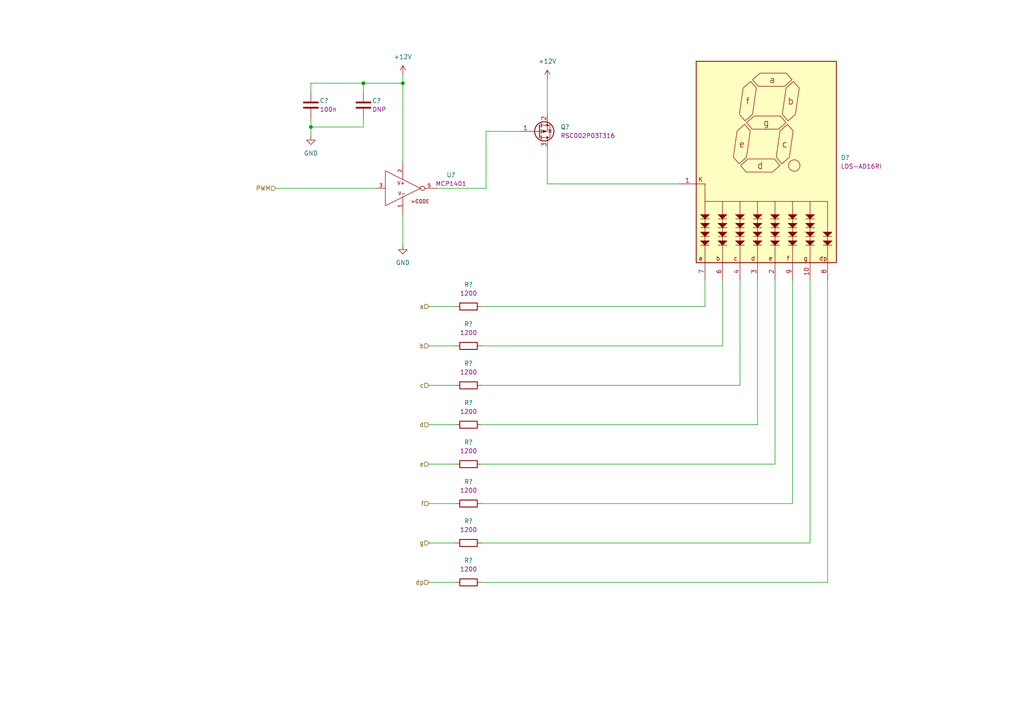
<source format=kicad_sch>
(kicad_sch (version 20211123) (generator eeschema)
  (paper "A4")
  (title_block (title "Gear Display Board") (date "2022-08-07") (rev "1.0") (company "Kallio Designs Oy") (comment 1 "Teemu Latonen") (comment 2 "ASSEMBLY_PN") (comment 3 "PCB_PN"))
  (lib_symbols
    (symbol "KD_Capacitor:C_0603_100n_X7R_50V" (pin_numbers hide) (pin_names hide)
      (property "Reference" "C" (at 2.54 1.27 0))
      (property "Code" "100n" (at 2.54 -1.27 0))
      (symbol "C_0603_100n_X7R_50V_0_1"
        (polyline (pts (xy -2.032 -0.762) (xy 2.032 -0.762)) (stroke (width 0.508)))
        (polyline (pts (xy -2.032 0.762) (xy 2.032 0.762)) (stroke (width 0.508)))
      )
      (symbol "C_0603_100n_X7R_50V_1_1"
        (pin passive line (at 0 3.81 270) (length 2.794) (name "~") (number "1"))
        (pin passive line (at 0 -3.81 90) (length 2.794) (name "~") (number "2"))
      )
    )
    (symbol "KD_Capacitor:C_0805_DNP" (pin_numbers hide) (pin_names hide)
      (property "Reference" "C" (at 2.54 1.27 0))
      (property "Code" "DNP" (at 2.54 -1.27 0))
      (symbol "C_0805_DNP_0_1"
        (polyline (pts (xy -2.032 -0.762) (xy 2.032 -0.762)) (stroke (width 0.508)))
        (polyline (pts (xy -2.032 0.762) (xy 2.032 0.762)) (stroke (width 0.508)))
      )
      (symbol "C_0805_DNP_1_1"
        (pin passive line (at 0 3.81 270) (length 2.794) (name "~") (number "1"))
        (pin passive line (at 0 -3.81 90) (length 2.794) (name "~") (number "2"))
      )
    )
    (symbol "KD_Display:7seg_70mm_CA_Lumex_LDS-AD16RI"
      (property "Reference" "D" (at -20.32 39.37 0))
      (property "Code" "LDS-AD16RI" (at -20.32 36.83 0))
      (symbol "7seg_70mm_CA_Lumex_LDS-AD16RI_0_0"
        (polyline (pts (xy -17.78 0) (xy -20.32 0)))
        (polyline (pts (xy -12.7 -22.86) (xy -12.7 -5.08)))
        (polyline (pts (xy -7.62 -22.86) (xy -7.62 -5.08)))
        (polyline (pts (xy -2.54 -22.86) (xy -2.54 -5.08)))
        (polyline (pts (xy 2.54 -22.86) (xy 2.54 -5.08)))
        (polyline (pts (xy 7.62 -5.08) (xy 7.62 -22.86)))
        (polyline (pts (xy 12.7 -22.86) (xy 12.7 -5.08)))
        (text "a" (at -19.05 -21.59 0) (effects (font (size 1.27 1.27))))
        (text "b" (at -13.97 -21.59 0) (effects (font (size 1.27 1.27))))
        (text "c" (at -8.89 -21.59 0) (effects (font (size 1.27 1.27))))
        (text "d" (at -3.81 -21.59 0) (effects (font (size 1.27 1.27))))
        (text "dp" (at 16.51 -21.59 0) (effects (font (size 1.27 1.27))))
        (text "e" (at 1.27 -21.59 0) (effects (font (size 1.27 1.27))))
        (text "f" (at 6.35 -21.59 0) (effects (font (size 1.27 1.27))))
        (text "g" (at 11.43 -21.59 0) (effects (font (size 1.27 1.27))))
        (text "K" (at -19.05 1.27 0) (effects (font (size 1.27 1.27))))
      )
      (symbol "7seg_70mm_CA_Lumex_LDS-AD16RI_0_1"
        (rectangle (start -20.32 35.56) (end 20.32 -22.86) (stroke (width 0.254)) (fill (type background)))
        (polyline (pts (xy -19.05 -17.78) (xy -16.51 -17.78)))
        (polyline (pts (xy -19.05 -16.51) (xy -16.51 -16.51)))
        (polyline (pts (xy -19.05 -15.24) (xy -16.51 -15.24)))
        (polyline (pts (xy -19.05 -13.97) (xy -16.51 -13.97)))
        (polyline (pts (xy -19.05 -12.7) (xy -16.51 -12.7)))
        (polyline (pts (xy -19.05 -11.43) (xy -16.51 -11.43)))
        (polyline (pts (xy -19.05 -10.16) (xy -16.51 -10.16)))
        (polyline (pts (xy -19.05 -8.89) (xy -16.51 -8.89)))
        (polyline (pts (xy -17.78 -22.86) (xy -17.78 -5.08)))
        (polyline (pts (xy -13.97 -17.78) (xy -11.43 -17.78)))
        (polyline (pts (xy -13.97 -16.51) (xy -11.43 -16.51)))
        (polyline (pts (xy -13.97 -15.24) (xy -11.43 -15.24)))
        (polyline (pts (xy -13.97 -13.97) (xy -11.43 -13.97)))
        (polyline (pts (xy -13.97 -12.7) (xy -11.43 -12.7)))
        (polyline (pts (xy -13.97 -11.43) (xy -11.43 -11.43)))
        (polyline (pts (xy -13.97 -10.16) (xy -11.43 -10.16)))
        (polyline (pts (xy -13.97 -8.89) (xy -11.43 -8.89)))
        (polyline (pts (xy -8.89 -17.78) (xy -6.35 -17.78)))
        (polyline (pts (xy -8.89 -16.51) (xy -6.35 -16.51)))
        (polyline (pts (xy -8.89 -15.24) (xy -6.35 -15.24)))
        (polyline (pts (xy -8.89 -13.97) (xy -6.35 -13.97)))
        (polyline (pts (xy -8.89 -12.7) (xy -6.35 -12.7)))
        (polyline (pts (xy -8.89 -11.43) (xy -6.35 -11.43)))
        (polyline (pts (xy -8.89 -10.16) (xy -6.35 -10.16)))
        (polyline (pts (xy -8.89 -8.89) (xy -6.35 -8.89)))
        (polyline (pts (xy -3.81 -17.78) (xy -1.27 -17.78)))
        (polyline (pts (xy -3.81 -16.51) (xy -1.27 -16.51)))
        (polyline (pts (xy -3.81 -15.24) (xy -1.27 -15.24)))
        (polyline (pts (xy -3.81 -13.97) (xy -1.27 -13.97)))
        (polyline (pts (xy -3.81 -12.7) (xy -1.27 -12.7)))
        (polyline (pts (xy -3.81 -11.43) (xy -1.27 -11.43)))
        (polyline (pts (xy -3.81 -10.16) (xy -1.27 -10.16)))
        (polyline (pts (xy -3.81 -8.89) (xy -1.27 -8.89)))
        (polyline (pts (xy 1.27 -17.78) (xy 3.81 -17.78)))
        (polyline (pts (xy 1.27 -16.51) (xy 3.81 -16.51)))
        (polyline (pts (xy 1.27 -15.24) (xy 3.81 -15.24)))
        (polyline (pts (xy 1.27 -13.97) (xy 3.81 -13.97)))
        (polyline (pts (xy 1.27 -12.7) (xy 3.81 -12.7)))
        (polyline (pts (xy 1.27 -11.43) (xy 3.81 -11.43)))
        (polyline (pts (xy 1.27 -10.16) (xy 3.81 -10.16)))
        (polyline (pts (xy 1.27 -8.89) (xy 3.81 -8.89)))
        (polyline (pts (xy 6.35 -17.78) (xy 8.89 -17.78)))
        (polyline (pts (xy 6.35 -16.51) (xy 8.89 -16.51)))
        (polyline (pts (xy 6.35 -15.24) (xy 8.89 -15.24)))
        (polyline (pts (xy 6.35 -13.97) (xy 8.89 -13.97)))
        (polyline (pts (xy 6.35 -12.7) (xy 8.89 -12.7)))
        (polyline (pts (xy 6.35 -11.43) (xy 8.89 -11.43)))
        (polyline (pts (xy 6.35 -10.16) (xy 8.89 -10.16)))
        (polyline (pts (xy 6.35 -8.89) (xy 8.89 -8.89)))
        (polyline (pts (xy 11.43 -17.78) (xy 13.97 -17.78)))
        (polyline (pts (xy 11.43 -16.51) (xy 13.97 -16.51)))
        (polyline (pts (xy 11.43 -15.24) (xy 13.97 -15.24)))
        (polyline (pts (xy 11.43 -13.97) (xy 13.97 -13.97)))
        (polyline (pts (xy 11.43 -12.7) (xy 13.97 -12.7)))
        (polyline (pts (xy 11.43 -11.43) (xy 13.97 -11.43)))
        (polyline (pts (xy 11.43 -10.16) (xy 13.97 -10.16)))
        (polyline (pts (xy 11.43 -8.89) (xy 13.97 -8.89)))
        (polyline (pts (xy 16.51 -17.78) (xy 19.05 -17.78)))
        (polyline (pts (xy 16.51 -16.51) (xy 19.05 -16.51)))
        (polyline (pts (xy 16.51 -15.24) (xy 19.05 -15.24)))
        (polyline (pts (xy 16.51 -13.97) (xy 19.05 -13.97)))
        (polyline (pts (xy -19.05 -16.51) (xy -17.78 -17.78) (xy -16.51 -16.51)) (fill (type outline)))
        (polyline (pts (xy -19.05 -13.97) (xy -17.78 -15.24) (xy -16.51 -13.97)) (fill (type outline)))
        (polyline (pts (xy -19.05 -11.43) (xy -17.78 -12.7) (xy -16.51 -11.43)) (fill (type outline)))
        (polyline (pts (xy -19.05 -8.89) (xy -17.78 -10.16) (xy -16.51 -8.89)) (fill (type outline)))
        (polyline (pts (xy -13.97 -16.51) (xy -12.7 -17.78) (xy -11.43 -16.51)) (fill (type outline)))
        (polyline (pts (xy -13.97 -13.97) (xy -12.7 -15.24) (xy -11.43 -13.97)) (fill (type outline)))
        (polyline (pts (xy -13.97 -11.43) (xy -12.7 -12.7) (xy -11.43 -11.43)) (fill (type outline)))
        (polyline (pts (xy -13.97 -8.89) (xy -12.7 -10.16) (xy -11.43 -8.89)) (fill (type outline)))
        (polyline (pts (xy -8.89 -16.51) (xy -7.62 -17.78) (xy -6.35 -16.51)) (fill (type outline)))
        (polyline (pts (xy -8.89 -13.97) (xy -7.62 -15.24) (xy -6.35 -13.97)) (fill (type outline)))
        (polyline (pts (xy -8.89 -11.43) (xy -7.62 -12.7) (xy -6.35 -11.43)) (fill (type outline)))
        (polyline (pts (xy -8.89 -8.89) (xy -7.62 -10.16) (xy -6.35 -8.89)) (fill (type outline)))
        (polyline (pts (xy -3.81 -16.51) (xy -2.54 -17.78) (xy -1.27 -16.51)) (fill (type outline)))
        (polyline (pts (xy -3.81 -13.97) (xy -2.54 -15.24) (xy -1.27 -13.97)) (fill (type outline)))
        (polyline (pts (xy -3.81 -11.43) (xy -2.54 -12.7) (xy -1.27 -11.43)) (fill (type outline)))
        (polyline (pts (xy -3.81 -8.89) (xy -2.54 -10.16) (xy -1.27 -8.89)) (fill (type outline)))
        (polyline (pts (xy 1.27 -16.51) (xy 2.54 -17.78) (xy 3.81 -16.51)) (fill (type outline)))
        (polyline (pts (xy 1.27 -13.97) (xy 2.54 -15.24) (xy 3.81 -13.97)) (fill (type outline)))
        (polyline (pts (xy 1.27 -11.43) (xy 2.54 -12.7) (xy 3.81 -11.43)) (fill (type outline)))
        (polyline (pts (xy 1.27 -8.89) (xy 2.54 -10.16) (xy 3.81 -8.89)) (fill (type outline)))
        (polyline (pts (xy 6.35 -16.51) (xy 7.62 -17.78) (xy 8.89 -16.51)) (fill (type outline)))
        (polyline (pts (xy 6.35 -13.97) (xy 7.62 -15.24) (xy 8.89 -13.97)) (fill (type outline)))
        (polyline (pts (xy 6.35 -11.43) (xy 7.62 -12.7) (xy 8.89 -11.43)) (fill (type outline)))
        (polyline (pts (xy 6.35 -8.89) (xy 7.62 -10.16) (xy 8.89 -8.89)) (fill (type outline)))
        (polyline (pts (xy 11.43 -16.51) (xy 12.7 -17.78) (xy 13.97 -16.51)) (fill (type outline)))
        (polyline (pts (xy 11.43 -13.97) (xy 12.7 -15.24) (xy 13.97 -13.97)) (fill (type outline)))
        (polyline (pts (xy 11.43 -11.43) (xy 12.7 -12.7) (xy 13.97 -11.43)) (fill (type outline)))
        (polyline (pts (xy 11.43 -8.89) (xy 12.7 -10.16) (xy 13.97 -8.89)) (fill (type outline)))
        (polyline (pts (xy 16.51 -16.51) (xy 17.78 -17.78) (xy 19.05 -16.51)) (fill (type outline)))
        (polyline (pts (xy 16.51 -13.97) (xy 17.78 -15.24) (xy 19.05 -13.97)) (fill (type outline)))
        (polyline (pts (xy -17.78 0) (xy -17.78 -5.08) (xy 17.78 -5.08) (xy 17.78 -22.86)))
        (polyline (pts (xy -7.8994 5.842) (xy -5.7404 7.747) (xy -4.6482 15.367) (xy -6.2992 17.272) (xy -8.4582 15.367) (xy -9.5504 7.747) (xy -7.8994 5.842)))
        (polyline (pts (xy -7.4676 5.334) (xy -5.2832 7.239) (xy 2.3368 7.239) (xy 3.9624 5.334) (xy 1.8034 3.429) (xy -5.8166 3.429) (xy -7.4676 5.334)))
        (polyline (pts (xy -6.1468 18.288) (xy -3.9878 20.193) (xy -2.8956 27.813) (xy -4.5466 29.718) (xy -6.7056 27.813) (xy -7.7978 20.193) (xy -6.1468 18.288)))
        (polyline (pts (xy -5.715 17.78) (xy -3.5306 19.685) (xy 4.0894 19.685) (xy 5.715 17.78) (xy 3.5306 15.875) (xy -4.0894 15.875) (xy -5.715 17.78)))
        (polyline (pts (xy -3.9624 30.226) (xy -1.8034 32.131) (xy 5.8166 32.131) (xy 7.4676 30.226) (xy 5.2832 28.321) (xy -2.3368 28.321) (xy -3.9624 30.226)))
        (polyline (pts (xy 4.5466 5.842) (xy 6.7056 7.747) (xy 7.7978 15.367) (xy 6.1468 17.272) (xy 3.9878 15.367) (xy 2.8956 7.747) (xy 4.5466 5.842)))
        (polyline (pts (xy 6.2992 18.288) (xy 8.4582 20.193) (xy 9.5504 27.813) (xy 7.8994 29.718) (xy 5.7404 27.813) (xy 4.6482 20.193) (xy 6.2992 18.288)))
        (circle (center 8.128 5.334) (radius 1.651))
        (text "a" (at 1.7526 30.226 0) (effects (font (size 1.905 1.905))))
        (text "b" (at 7.0866 24.003 0) (effects (font (size 1.905 1.905))))
        (text "c" (at 5.3594 11.557 0) (effects (font (size 1.905 1.905))))
        (text "d" (at -1.7526 5.334 0) (effects (font (size 1.905 1.905))))
        (text "e" (at -7.0866 11.557 0) (effects (font (size 1.905 1.905))))
        (text "f" (at -5.3594 24.003 0) (effects (font (size 1.905 1.905))))
        (text "g" (at 0 17.78 0) (effects (font (size 1.905 1.905))))
        (pin passive line (at -25.4 0 0) (length 5.08) (name "K") (number "1"))
        (pin passive line (at 12.7 -27.94 90) (length 5.08) (name "Ag") (number "10"))
        (pin passive line (at 2.54 -27.94 90) (length 5.08) (name "Ae") (number "2"))
        (pin passive line (at -2.54 -27.94 90) (length 5.08) (name "Ad") (number "3"))
        (pin passive line (at -7.62 -27.94 90) (length 5.08) (name "Ac") (number "4"))
        (pin passive line (at -25.4 0 0) (length 5.08) hide (name "C") (number "5"))
        (pin passive line (at -12.7 -27.94 90) (length 5.08) (name "Ab") (number "6"))
        (pin passive line (at -17.78 -27.94 90) (length 5.08) (name "Aa") (number "7"))
        (pin passive line (at 17.78 -27.94 90) (length 5.08) (name "Adp") (number "8"))
        (pin passive line (at 7.62 -27.94 90) (length 5.08) (name "Af") (number "9"))
      )
    )
    (symbol "KD_IC_Buffer_Driver_Interface:Gate_Driver_MCP1401T-E-OT" (pin_names hide)
      (property "Reference" "U" (at 2.54 6.35 0))
      (property "Code" "MCP1401" (at 2.54 3.81 0))
      (symbol "Gate_Driver_MCP1401T-E-OT_1_0"
        (polyline (pts (xy -5.08 -5.08) (xy -5.08 5.08)))
        (polyline (pts (xy -5.08 5.08) (xy 5.08 0)))
        (polyline (pts (xy 5.08 0) (xy -5.08 -5.08)))
        (text ">CODE" (at 4.9784 -3.81 0) (effects (font (size 1.016 1.016))))
        (text "V+" (at -0.508 1.524 0) (effects (font (size 1.016 1.016))))
        (text "V-" (at -0.254 -1.524 0) (effects (font (size 1.016 1.016))))
      )
      (symbol "Gate_Driver_MCP1401T-E-OT_1_1"
        (pin bidirectional line (at 0 -7.62 90) (length 5.08) (name "GND") (number "1"))
        (pin bidirectional line (at 0 7.62 270) (length 5.08) (name "VCC") (number "2"))
        (pin input line (at -7.62 0 0) (length 2.54) (name "IN") (number "3"))
        (pin bidirectional line (at 0 -7.62 90) (length 5.08) hide (name "GND") (number "4"))
        (pin output inverted (at 10.16 0 180) (length 5.08) (name "OUT") (number "5"))
      )
    )
    (symbol "KD_Resistor:R_0805_1200_5%" (pin_numbers hide) (pin_names hide)
      (property "Reference" "R" (at 1.905 1.27 0))
      (property "Code" "1200" (at 1.905 -1.27 0))
      (symbol "R_0805_1200_5%_0_1"
        (rectangle (start -1.016 -2.54) (end 1.016 2.54) (stroke (width 0.254)))
      )
      (symbol "R_0805_1200_5%_1_1"
        (pin passive line (at 0 3.81 270) (length 1.27) (name "~") (number "1"))
        (pin passive line (at 0 -3.81 90) (length 1.27) (name "~") (number "2"))
      )
    )
    (symbol "KD_Transistor_FET:PMOS_30V_250mA_RSC002P03T316" (pin_names hide)
      (property "Reference" "Q" (at 5.08 1.27 0))
      (property "Code" "RSC002P03T316" (at 5.08 -1.27 0))
      (symbol "PMOS_30V_250mA_RSC002P03T316_0_1"
        (circle (center -0.889 0) (radius 2.794) (stroke (width 0.254)))
        (circle (center 0 -1.778) (radius 0.254) (fill (type outline)))
        (polyline (pts (xy -2.286 0) (xy -5.08 0)))
        (polyline (pts (xy -2.286 1.905) (xy -2.286 -1.905)) (stroke (width 0.254)))
        (polyline (pts (xy -1.778 -1.27) (xy -1.778 -2.286)) (stroke (width 0.254)))
        (polyline (pts (xy -1.778 0.508) (xy -1.778 -0.508)) (stroke (width 0.254)))
        (polyline (pts (xy -1.778 2.286) (xy -1.778 1.27)) (stroke (width 0.254)))
        (polyline (pts (xy 0 2.54) (xy 0 1.778)))
        (polyline (pts (xy 0 -2.54) (xy 0 0) (xy -1.778 0)))
        (polyline (pts (xy -1.778 1.778) (xy 0.762 1.778) (xy 0.762 -1.778) (xy -1.778 -1.778)))
        (polyline (pts (xy -0.254 0) (xy -1.27 0.381) (xy -1.27 -0.381) (xy -0.254 0)) (fill (type outline)))
        (polyline (pts (xy 0.254 -0.508) (xy 0.381 -0.381) (xy 1.143 -0.381) (xy 1.27 -0.254)))
        (polyline (pts (xy 0.762 -0.381) (xy 0.381 0.254) (xy 1.143 0.254) (xy 0.762 -0.381)))
        (circle (center 0 1.778) (radius 0.254) (fill (type outline)))
      )
      (symbol "PMOS_30V_250mA_RSC002P03T316_1_1"
        (pin input line (at -7.62 0 0) (length 2.54) (name "G") (number "1"))
        (pin passive line (at 0 -5.08 90) (length 2.54) (name "S") (number "2"))
        (pin passive line (at 0 5.08 270) (length 2.54) (name "D") (number "3"))
      )
    )
    (symbol "power:+12V" (power) (pin_names (offset 0))
      (property "Value" "+12V" (at 0 3.556 0))
      (symbol "+12V_0_1"
        (polyline (pts (xy -0.762 1.27) (xy 0 2.54)))
        (polyline (pts (xy 0 0) (xy 0 2.54)))
        (polyline (pts (xy 0 2.54) (xy 0.762 1.27)))
      )
      (symbol "+12V_1_1"
        (pin power_in line (at 0 0 90) (length 0) hide (name "+12V") (number "1"))
      )
    )
    (symbol "power:GND" (power) (pin_names (offset 0))
      (property "Value" "GND" (at 0 -3.81 0))
      (symbol "GND_0_1"
        (polyline (pts (xy 0 0) (xy 0 -1.27) (xy 1.27 -1.27) (xy 0 -2.54) (xy -1.27 -1.27) (xy 0 -1.27)))
      )
      (symbol "GND_1_1"
        (pin power_in line (at 0 0 270) (length 0) hide (name "GND") (number "1"))
      )
    )
  )
  (junction (at 90.17 36.83))
  (junction (at 116.84 24.13))
  (junction (at 105.41 24.13))
  (wire (pts (xy 158.75 43.18) (xy 158.75 53.34)))
  (wire (pts (xy 105.41 34.29) (xy 105.41 36.83)))
  (wire (pts (xy 90.17 34.29) (xy 90.17 36.83)))
  (wire (pts (xy 158.75 53.34) (xy 196.85 53.34)))
  (wire (pts (xy 90.17 24.13) (xy 105.41 24.13)))
  (wire (pts (xy 209.55 81.28) (xy 209.55 100.33)))
  (wire (pts (xy 124.46 100.33) (xy 132.08 100.33)))
  (wire (pts (xy 219.71 81.28) (xy 219.71 123.19)))
  (wire (pts (xy 127 54.61) (xy 140.97 54.61)))
  (wire (pts (xy 234.95 81.28) (xy 234.95 157.48)))
  (wire (pts (xy 116.84 21.59) (xy 116.84 24.13)))
  (wire (pts (xy 140.97 54.61) (xy 140.97 38.1)))
  (wire (pts (xy 90.17 36.83) (xy 90.17 39.37)))
  (wire (pts (xy 105.41 24.13) (xy 116.84 24.13)))
  (wire (pts (xy 139.7 88.9) (xy 204.47 88.9)))
  (wire (pts (xy 116.84 62.23) (xy 116.84 71.12)))
  (wire (pts (xy 214.63 111.76) (xy 139.7 111.76)))
  (wire (pts (xy 124.46 111.76) (xy 132.08 111.76)))
  (wire (pts (xy 139.7 100.33) (xy 209.55 100.33)))
  (wire (pts (xy 90.17 36.83) (xy 105.41 36.83)))
  (wire (pts (xy 140.97 38.1) (xy 151.13 38.1)))
  (wire (pts (xy 229.87 81.28) (xy 229.87 146.05)))
  (wire (pts (xy 124.46 134.62) (xy 132.08 134.62)))
  (wire (pts (xy 124.46 123.19) (xy 132.08 123.19)))
  (wire (pts (xy 224.79 81.28) (xy 224.79 134.62)))
  (wire (pts (xy 139.7 123.19) (xy 219.71 123.19)))
  (wire (pts (xy 204.47 81.28) (xy 204.47 88.9)))
  (wire (pts (xy 116.84 24.13) (xy 116.84 46.99)))
  (wire (pts (xy 214.63 81.28) (xy 214.63 111.76)))
  (wire (pts (xy 124.46 146.05) (xy 132.08 146.05)))
  (wire (pts (xy 234.95 157.48) (xy 139.7 157.48)))
  (wire (pts (xy 124.46 157.48) (xy 132.08 157.48)))
  (wire (pts (xy 139.7 146.05) (xy 229.87 146.05)))
  (wire (pts (xy 224.79 134.62) (xy 139.7 134.62)))
  (wire (pts (xy 139.7 168.91) (xy 240.03 168.91)))
  (wire (pts (xy 80.01 54.61) (xy 109.22 54.61)))
  (wire (pts (xy 124.46 168.91) (xy 132.08 168.91)))
  (wire (pts (xy 90.17 26.67) (xy 90.17 24.13)))
  (wire (pts (xy 124.46 88.9) (xy 132.08 88.9)))
  (wire (pts (xy 240.03 81.28) (xy 240.03 168.91)))
  (wire (pts (xy 105.41 26.67) (xy 105.41 24.13)))
  (wire (pts (xy 158.75 22.86) (xy 158.75 33.02)))
  (hierarchical_label "PWM" (shape input) (at 80.01 54.61 180))
  (hierarchical_label "b" (shape input) (at 124.46 100.33 180))
  (hierarchical_label "dp" (shape input) (at 124.46 168.91 180))
  (hierarchical_label "g" (shape input) (at 124.46 157.48 180))
  (hierarchical_label "d" (shape input) (at 124.46 123.19 180))
  (hierarchical_label "c" (shape input) (at 124.46 111.76 180))
  (hierarchical_label "a" (shape input) (at 124.46 88.9 180))
  (hierarchical_label "f" (shape input) (at 124.46 146.05 180))
  (hierarchical_label "e" (shape input) (at 124.46 134.62 180))
  (symbol (lib_id "power:+12V") (at 116.84 21.59 0) (unit 1)
    (property "Reference" "#PWR?" (effects hide))
    (property "Value" "+12V" (at 116.84 16.51 0))
  )
  (symbol (lib_id "KD_Capacitor:C_0603_100n_X7R_50V") (at 90.17 30.48 0) (unit 1)
    (property "Reference" "C?" (at 92.71 29.21 0) (effects (justify left)))
    (property "Value" "C_0603_100n_X7R_50V" (effects hide))
    (property "Footprint" "KD_Capacitor:C_0603_1608Metric" (effects hide))
    (property "Datasheet" "http://www.samsungsem.com/kr/support/product-search/mlcc/CL10B104KB8NNWC.jsp" (effects hide))
    (property "Code" "100n" (at 92.71 31.75 0) (effects (justify left)))
    (property "Manufacturer" "Samsung" (effects hide))
    (property "MFG_PartNo" "CL10B104KB8NNWC" (effects hide))
    (property "Supplier" "Digi-Key" (effects hide))
    (property "Supplier_PartNo" "1276-1935-1-ND" (effects hide))
    (property "DNP" "F" (effects hide))
    (property "Price" "0.01" (effects hide))
  )
  (symbol (lib_id "KD_Resistor:R_0805_1200_5%") (at 135.89 88.9 90) (unit 1)
    (property "Reference" "R?" (at 135.89 82.55 90))
    (property "Value" "R_0805_1200_5%" (effects hide))
    (property "Footprint" "KD_Resistor:R_0805_2012Metric" (effects hide))
    (property "Datasheet" "https://www.seielect.com/catalog/sei-rmcf_rmcp.pdf" (effects hide))
    (property "Code" "1200" (at 135.89 85.09 90))
    (property "Manufacturer" "Stackpole Electronics Inc" (effects hide))
    (property "MFG_PartNo" "RMCF0805FT1K20" (effects hide))
    (property "Supplier" "Digi-Key" (effects hide))
    (property "Supplier_PartNo" "RMCF0805FT1K20CT-ND" (effects hide))
    (property "DNP" "F" (effects hide))
    (property "Price" "0.01" (effects hide))
  )
  (symbol (lib_id "KD_Capacitor:C_0805_DNP") (at 105.41 30.48 0) (unit 1)
    (property "Reference" "C?" (at 107.95 29.21 0) (effects (justify left)))
    (property "Value" "C_0805_1u_X7R_25V" (effects hide))
    (property "Footprint" "KD_Capacitor:C_0805_2012Metric_DNP" (effects hide))
    (property "Datasheet" "https://api.kemet.com/component-edge/download/datasheet/CBR08C279B5GAC.pdf" (effects hide))
    (property "Code" "DNP" (at 107.95 31.75 0) (effects (justify left)))
    (property "Manufacturer" "DNP" (effects hide))
    (property "MFG_PartNo" "DNP" (effects hide))
    (property "Supplier" "DNP" (effects hide))
    (property "Supplier_PartNo" "DNP" (effects hide))
    (property "DNP" "T" (effects hide))
    (property "Price" "0.00" (effects hide))
  )
  (symbol (lib_id "KD_Resistor:R_0805_1200_5%") (at 135.89 134.62 90) (unit 1)
    (property "Reference" "R?" (at 135.89 128.27 90))
    (property "Value" "R_0805_1200_5%" (effects hide))
    (property "Footprint" "KD_Resistor:R_0805_2012Metric" (effects hide))
    (property "Datasheet" "https://www.seielect.com/catalog/sei-rmcf_rmcp.pdf" (effects hide))
    (property "Code" "1200" (at 135.89 130.81 90))
    (property "Manufacturer" "Stackpole Electronics Inc" (effects hide))
    (property "MFG_PartNo" "RMCF0805FT1K20" (effects hide))
    (property "Supplier" "Digi-Key" (effects hide))
    (property "Supplier_PartNo" "RMCF0805FT1K20CT-ND" (effects hide))
    (property "DNP" "F" (effects hide))
    (property "Price" "0.01" (effects hide))
  )
  (symbol (lib_id "power:+12V") (at 158.75 22.86 0) (unit 1)
    (property "Reference" "#PWR?" (effects hide))
    (property "Value" "+12V" (at 158.75 17.78 0))
  )
  (symbol (lib_id "KD_Display:7seg_70mm_CA_Lumex_LDS-AD16RI") (at 222.25 53.34 0) (unit 1)
    (property "Reference" "D?" (at 243.84 45.7199 0) (effects (justify left)))
    (property "Value" "7seg_70mm_CA_Lumex_LDS-AD16RI" (effects hide))
    (property "Footprint" "KD_Display:7seg_70mm_Kingbright_SC23-11SURKWA" (effects hide))
    (property "Datasheet" "datasheet" (effects hide))
    (property "Code" "LDS-AD16RI" (at 243.84 48.2599 0) (effects (justify left)))
    (property "Manufacturer" "Lumex Opto/Components Inc." (effects hide))
    (property "MFG_PartNo" "LDS-AD16RI" (effects hide))
    (property "Supplier" "Digi-Key" (effects hide))
    (property "Supplier_PartNo" "67-1493-ND" (effects hide))
    (property "DNP" "F" (effects hide))
    (property "Price" "13" (effects hide))
  )
  (symbol (lib_id "KD_Resistor:R_0805_1200_5%") (at 135.89 123.19 90) (unit 1)
    (property "Reference" "R?" (at 135.89 116.84 90))
    (property "Value" "R_0805_1200_5%" (effects hide))
    (property "Footprint" "KD_Resistor:R_0805_2012Metric" (effects hide))
    (property "Datasheet" "https://www.seielect.com/catalog/sei-rmcf_rmcp.pdf" (effects hide))
    (property "Code" "1200" (at 135.89 119.38 90))
    (property "Manufacturer" "Stackpole Electronics Inc" (effects hide))
    (property "MFG_PartNo" "RMCF0805FT1K20" (effects hide))
    (property "Supplier" "Digi-Key" (effects hide))
    (property "Supplier_PartNo" "RMCF0805FT1K20CT-ND" (effects hide))
    (property "DNP" "F" (effects hide))
    (property "Price" "0.01" (effects hide))
  )
  (symbol (lib_id "KD_IC_Buffer_Driver_Interface:Gate_Driver_MCP1401T-E-OT") (at 116.84 54.61 0) (unit 1)
    (property "Reference" "U?" (at 130.81 50.7492 0))
    (property "Value" "Gate_Driver_MCP1401T-E-OT" (effects hide))
    (property "Footprint" "KD_Package_TO_SOT_SMD:SOT95P280X145-5N_SOT23-5" (effects hide))
    (property "Datasheet" "https://ww1.microchip.com/downloads/en/DeviceDoc/20002052D.pdf" (effects hide))
    (property "Code" "MCP1401" (at 130.81 53.2892 0))
    (property "Manufacturer" "Microchip Technology" (effects hide))
    (property "MFG_PartNo" "MCP1401T-E/OT" (effects hide))
    (property "Supplier" "Digi-Key" (effects hide))
    (property "Supplier_PartNo" "MCP1401T-E/OTCT-ND" (effects hide))
    (property "DNP" "F" (effects hide))
    (property "Price" "0.7" (effects hide))
  )
  (symbol (lib_id "KD_Transistor_FET:PMOS_30V_250mA_RSC002P03T316") (at 158.75 38.1 0) (mirror x) (unit 1)
    (property "Reference" "Q?" (at 162.56 36.8299 0) (effects (justify left)))
    (property "Value" "PMOS_30V_250mA_RSC002P03T316" (effects hide))
    (property "Footprint" "KD_Package_TO_SOT_SMD:SOT95P230X100-3N" (effects hide))
    (property "Datasheet" "https://media.digikey.com/pdf/Data%20Sheets/Rohm%20PDFs/RSC002P03.pdf" (effects hide))
    (property "Code" "RSC002P03T316" (at 162.56 39.3699 0) (effects (justify left)))
    (property "Manufacturer" "Rohm Semiconductor" (effects hide))
    (property "MFG_PartNo" "RSC002P03T316" (effects hide))
    (property "Supplier" "Digi-Key" (effects hide))
    (property "Supplier_PartNo" "RSC002P03T316CT-ND" (effects hide))
    (property "DNP" "F" (effects hide))
    (property "Price" "0.25" (effects hide))
  )
  (symbol (lib_id "KD_Resistor:R_0805_1200_5%") (at 135.89 157.48 90) (unit 1)
    (property "Reference" "R?" (at 135.89 151.13 90))
    (property "Value" "R_0805_1200_5%" (effects hide))
    (property "Footprint" "KD_Resistor:R_0805_2012Metric" (effects hide))
    (property "Datasheet" "https://www.seielect.com/catalog/sei-rmcf_rmcp.pdf" (effects hide))
    (property "Code" "1200" (at 135.89 153.67 90))
    (property "Manufacturer" "Stackpole Electronics Inc" (effects hide))
    (property "MFG_PartNo" "RMCF0805FT1K20" (effects hide))
    (property "Supplier" "Digi-Key" (effects hide))
    (property "Supplier_PartNo" "RMCF0805FT1K20CT-ND" (effects hide))
    (property "DNP" "F" (effects hide))
    (property "Price" "0.01" (effects hide))
  )
  (symbol (lib_id "KD_Resistor:R_0805_1200_5%") (at 135.89 146.05 90) (unit 1)
    (property "Reference" "R?" (at 135.89 139.7 90))
    (property "Value" "R_0805_1200_5%" (effects hide))
    (property "Footprint" "KD_Resistor:R_0805_2012Metric" (effects hide))
    (property "Datasheet" "https://www.seielect.com/catalog/sei-rmcf_rmcp.pdf" (effects hide))
    (property "Code" "1200" (at 135.89 142.24 90))
    (property "Manufacturer" "Stackpole Electronics Inc" (effects hide))
    (property "MFG_PartNo" "RMCF0805FT1K20" (effects hide))
    (property "Supplier" "Digi-Key" (effects hide))
    (property "Supplier_PartNo" "RMCF0805FT1K20CT-ND" (effects hide))
    (property "DNP" "F" (effects hide))
    (property "Price" "0.01" (effects hide))
  )
  (symbol (lib_id "power:GND") (at 116.84 71.12 0) (unit 1)
    (property "Reference" "#PWR?" (effects hide))
    (property "Value" "GND" (at 116.84 76.2 0))
  )
  (symbol (lib_id "KD_Resistor:R_0805_1200_5%") (at 135.89 100.33 90) (unit 1)
    (property "Reference" "R?" (at 135.89 93.98 90))
    (property "Value" "R_0805_1200_5%" (effects hide))
    (property "Footprint" "KD_Resistor:R_0805_2012Metric" (effects hide))
    (property "Datasheet" "https://www.seielect.com/catalog/sei-rmcf_rmcp.pdf" (effects hide))
    (property "Code" "1200" (at 135.89 96.52 90))
    (property "Manufacturer" "Stackpole Electronics Inc" (effects hide))
    (property "MFG_PartNo" "RMCF0805FT1K20" (effects hide))
    (property "Supplier" "Digi-Key" (effects hide))
    (property "Supplier_PartNo" "RMCF0805FT1K20CT-ND" (effects hide))
    (property "DNP" "F" (effects hide))
    (property "Price" "0.01" (effects hide))
  )
  (symbol (lib_id "KD_Resistor:R_0805_1200_5%") (at 135.89 111.76 90) (unit 1)
    (property "Reference" "R?" (at 135.89 105.41 90))
    (property "Value" "R_0805_1200_5%" (effects hide))
    (property "Footprint" "KD_Resistor:R_0805_2012Metric" (effects hide))
    (property "Datasheet" "https://www.seielect.com/catalog/sei-rmcf_rmcp.pdf" (effects hide))
    (property "Code" "1200" (at 135.89 107.95 90))
    (property "Manufacturer" "Stackpole Electronics Inc" (effects hide))
    (property "MFG_PartNo" "RMCF0805FT1K20" (effects hide))
    (property "Supplier" "Digi-Key" (effects hide))
    (property "Supplier_PartNo" "RMCF0805FT1K20CT-ND" (effects hide))
    (property "DNP" "F" (effects hide))
    (property "Price" "0.01" (effects hide))
  )
  (symbol (lib_id "power:GND") (at 90.17 39.37 0) (unit 1)
    (property "Reference" "#PWR?" (effects hide))
    (property "Value" "GND" (at 90.17 44.45 0))
  )
  (symbol (lib_id "KD_Resistor:R_0805_1200_5%") (at 135.89 168.91 90) (unit 1)
    (property "Reference" "R?" (at 135.89 162.56 90))
    (property "Value" "R_0805_1200_5%" (effects hide))
    (property "Footprint" "KD_Resistor:R_0805_2012Metric" (effects hide))
    (property "Datasheet" "https://www.seielect.com/catalog/sei-rmcf_rmcp.pdf" (effects hide))
    (property "Code" "1200" (at 135.89 165.1 90))
    (property "Manufacturer" "Stackpole Electronics Inc" (effects hide))
    (property "MFG_PartNo" "RMCF0805FT1K20" (effects hide))
    (property "Supplier" "Digi-Key" (effects hide))
    (property "Supplier_PartNo" "RMCF0805FT1K20CT-ND" (effects hide))
    (property "DNP" "F" (effects hide))
    (property "Price" "0.01" (effects hide))
  )
)
</source>
